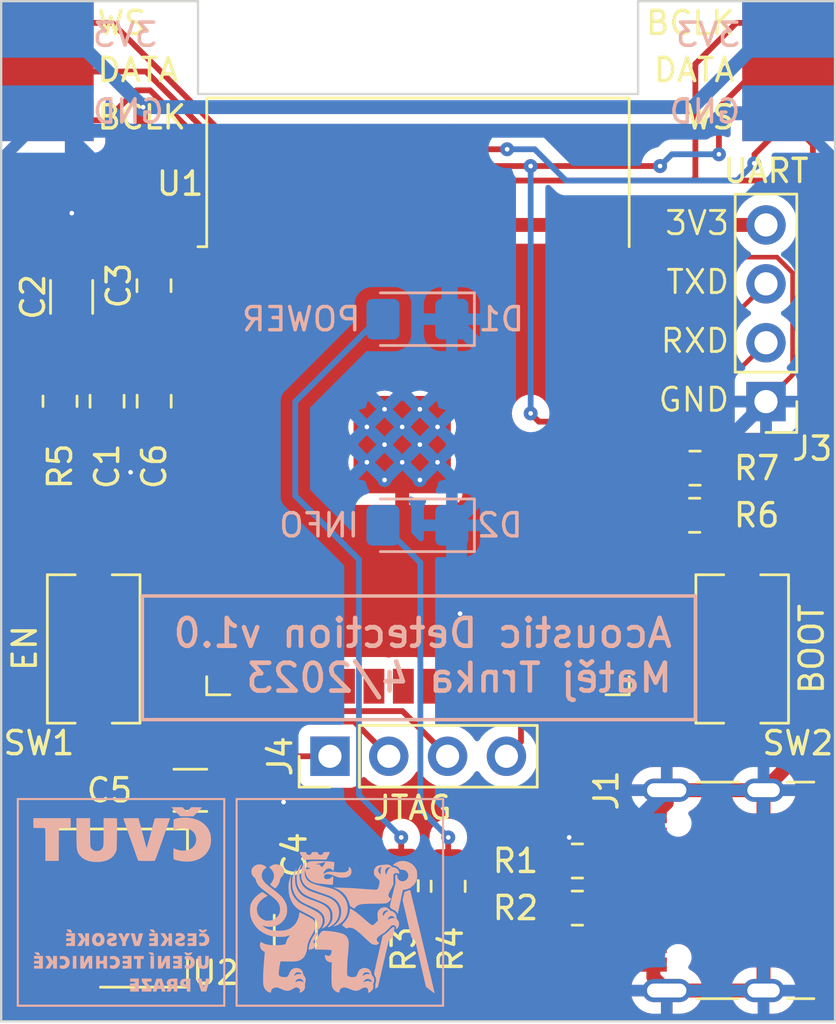
<source format=kicad_pcb>
(kicad_pcb (version 20221018) (generator pcbnew)
  (layers (0 "F.Cu" signal) (31 "B.Cu" signal) (34 "B.Paste" user) (35 "F.Paste" user) (36 "B.SilkS" user "B.Silkscreen") (37 "F.SilkS" user "F.Silkscreen") (38 "B.Mask" user) (39 "F.Mask" user) (44 "Edge.Cuts" user))
  (net 0 "")
  (footprint "RF_Module:ESP32-WROOM-32" (layer "F.Cu") (at 142.7755 98.21)
    (fp_text reference "U1" (at -10.2675 -12.166) (layer "F.SilkS"))
    (fp_text value "ESP32-WROOM-32")
    (pad "1" smd rect (at -8.75 -8.25) (size 1.5 0.9) (layers "F.Cu" "F.Paste" "F.Mask"))
    (pad "2" smd rect (at -8.75 -6.98) (size 1.5 0.9) (layers "F.Cu" "F.Paste" "F.Mask"))
    (pad "3" smd rect (at -8.75 -5.71) (size 1.5 0.9) (layers "F.Cu" "F.Paste" "F.Mask"))
    (pad "4" smd rect (at -8.75 -4.44) (size 1.5 0.9) (layers "F.Cu" "F.Paste" "F.Mask"))
    (pad "5" smd rect (at -8.75 -3.17) (size 1.5 0.9) (layers "F.Cu" "F.Paste" "F.Mask"))
    (pad "6" smd rect (at -8.75 -1.9) (size 1.5 0.9) (layers "F.Cu" "F.Paste" "F.Mask"))
    (pad "7" smd rect (at -8.75 -0.63) (size 1.5 0.9) (layers "F.Cu" "F.Paste" "F.Mask"))
    (pad "8" smd rect (at -8.75 0.64) (size 1.5 0.9) (layers "F.Cu" "F.Paste" "F.Mask"))
    (pad "9" smd rect (at -8.75 1.91) (size 1.5 0.9) (layers "F.Cu" "F.Paste" "F.Mask"))
    (pad "10" smd rect (at -8.75 3.18) (size 1.5 0.9) (layers "F.Cu" "F.Paste" "F.Mask"))
    (pad "11" smd rect (at -8.75 4.45) (size 1.5 0.9) (layers "F.Cu" "F.Paste" "F.Mask"))
    (pad "12" smd rect (at -8.75 5.72) (size 1.5 0.9) (layers "F.Cu" "F.Paste" "F.Mask"))
    (pad "13" smd rect (at -8.75 6.99) (size 1.5 0.9) (layers "F.Cu" "F.Paste" "F.Mask"))
    (pad "14" smd rect (at -8.75 8.26) (size 1.5 0.9) (layers "F.Cu" "F.Paste" "F.Mask"))
    (pad "15" smd rect (at -5.71 9.51 90) (size 1.5 0.9) (layers "F.Cu" "F.Paste" "F.Mask"))
    (pad "16" smd rect (at -4.44 9.51 90) (size 1.5 0.9) (layers "F.Cu" "F.Paste" "F.Mask"))
    (pad "17" smd rect (at -3.17 9.51 90) (size 1.5 0.9) (layers "F.Cu" "F.Paste" "F.Mask"))
    (pad "18" smd rect (at -1.9 9.51 90) (size 1.5 0.9) (layers "F.Cu" "F.Paste" "F.Mask"))
    (pad "19" smd rect (at -0.63 9.51 90) (size 1.5 0.9) (layers "F.Cu" "F.Paste" "F.Mask"))
    (pad "20" smd rect (at 0.64 9.51 90) (size 1.5 0.9) (layers "F.Cu" "F.Paste" "F.Mask"))
    (pad "21" smd rect (at 1.91 9.51 90) (size 1.5 0.9) (layers "F.Cu" "F.Paste" "F.Mask"))
    (pad "22" smd rect (at 3.18 9.51 90) (size 1.5 0.9) (layers "F.Cu" "F.Paste" "F.Mask"))
    (pad "23" smd rect (at 4.45 9.51 90) (size 1.5 0.9) (layers "F.Cu" "F.Paste" "F.Mask"))
    (pad "24" smd rect (at 5.72 9.51 90) (size 1.5 0.9) (layers "F.Cu" "F.Paste" "F.Mask"))
    (pad "25" smd rect (at 8.75 8.26) (size 1.5 0.9) (layers "F.Cu" "F.Paste" "F.Mask"))
    (pad "26" smd rect (at 8.75 6.99) (size 1.5 0.9) (layers "F.Cu" "F.Paste" "F.Mask"))
    (pad "27" smd rect (at 8.75 5.72) (size 1.5 0.9) (layers "F.Cu" "F.Paste" "F.Mask"))
    (pad "28" smd rect (at 8.75 4.45) (size 1.5 0.9) (layers "F.Cu" "F.Paste" "F.Mask"))
    (pad "29" smd rect (at 8.75 3.18) (size 1.5 0.9) (layers "F.Cu" "F.Paste" "F.Mask"))
    (pad "30" smd rect (at 8.75 1.91) (size 1.5 0.9) (layers "F.Cu" "F.Paste" "F.Mask"))
    (pad "31" smd rect (at 8.75 0.64) (size 1.5 0.9) (layers "F.Cu" "F.Paste" "F.Mask"))
    (pad "32" smd rect (at 8.75 -0.63) (size 1.5 0.9) (layers "F.Cu" "F.Paste" "F.Mask"))
    (pad "33" smd rect (at 8.75 -1.9) (size 1.5 0.9) (layers "F.Cu" "F.Paste" "F.Mask"))
    (pad "34" smd rect (at 8.75 -3.17) (size 1.5 0.9) (layers "F.Cu" "F.Paste" "F.Mask"))
    (pad "35" smd rect (at 8.75 -4.44) (size 1.5 0.9) (layers "F.Cu" "F.Paste" "F.Mask"))
    (pad "36" smd rect (at 8.75 -5.71) (size 1.5 0.9) (layers "F.Cu" "F.Paste" "F.Mask"))
    (pad "37" smd rect (at 8.75 -6.98) (size 1.5 0.9) (layers "F.Cu" "F.Paste" "F.Mask"))
    (pad "38" smd rect (at 8.75 -8.25) (size 1.5 0.9) (layers "F.Cu" "F.Paste" "F.Mask"))
    (pad "39" smd rect (at -2.205 -2.435) (size 1.05 1.05) (layers "F.Cu" "F.Paste"))
    (pad "39" thru_hole circle (at -2.205 -1.6725) (size 0.6 0.6) (drill 0.2) (property pad_prop_heatsink) (layers "*.Cu" "F.Mask"))
    (pad "39" smd rect (at -2.205 -0.91) (size 1.05 1.05) (layers "F.Cu" "F.Paste"))
    (pad "39" thru_hole circle (at -2.205 -0.1475) (size 0.6 0.6) (drill 0.2) (property pad_prop_heatsink) (layers "*.Cu" "F.Mask"))
    (pad "39" smd rect (at -2.205 0.615) (size 1.05 1.05) (layers "F.Cu" "F.Paste"))
    (pad "39" thru_hole circle (at -1.4425 -2.435) (size 0.6 0.6) (drill 0.2) (property pad_prop_heatsink) (layers "*.Cu" "F.Mask"))
    (pad "39" thru_hole circle (at -1.4425 -0.91) (size 0.6 0.6) (drill 0.2) (property pad_prop_heatsink) (layers "*.Cu" "F.Mask"))
    (pad "39" thru_hole circle (at -1.4425 0.615) (size 0.6 0.6) (drill 0.2) (property pad_prop_heatsink) (layers "*.Cu" "F.Mask"))
    (pad "39" smd rect (at -0.68 -2.435) (size 1.05 1.05) (layers "F.Cu" "F.Paste"))
    (pad "39" thru_hole circle (at -0.68 -1.6725) (size 0.6 0.6) (drill 0.2) (property pad_prop_heatsink) (layers "*.Cu" "F.Mask"))
    (pad "39" smd rect (at -0.68 -0.91) (size 1.05 1.05) (layers "F.Cu" "F.Paste"))
    (pad "39" smd rect (at -0.68 -0.91) (size 4.2 4.2) (layers "F.Cu" "F.Mask"))
    (pad "39" thru_hole circle (at -0.68 -0.1475) (size 0.6 0.6) (drill 0.2) (property pad_prop_heatsink) (layers "*.Cu" "F.Mask"))
    (pad "39" smd rect (at -0.68 0.615) (size 1.05 1.05) (layers "F.Cu" "F.Paste"))
    (pad "39" thru_hole circle (at 0.0825 -2.435) (size 0.6 0.6) (drill 0.2) (property pad_prop_heatsink) (layers "*.Cu" "F.Mask"))
    (pad "39" thru_hole circle (at 0.0825 -0.91) (size 0.6 0.6) (drill 0.2) (property pad_prop_heatsink) (layers "*.Cu" "F.Mask"))
    (pad "39" thru_hole circle (at 0.0825 0.615) (size 0.6 0.6) (drill 0.2) (property pad_prop_heatsink) (layers "*.Cu" "F.Mask"))
    (pad "39" smd rect (at 0.845 -2.435) (size 1.05 1.05) (layers "F.Cu" "F.Paste"))
    (pad "39" thru_hole circle (at 0.845 -1.6725) (size 0.6 0.6) (drill 0.2) (property pad_prop_heatsink) (layers "*.Cu" "F.Mask"))
    (pad "39" smd rect (at 0.845 -0.91) (size 1.05 1.05) (layers "F.Cu" "F.Paste"))
    (pad "39" thru_hole circle (at 0.845 -0.1475) (size 0.6 0.6) (drill 0.2) (property pad_prop_heatsink) (layers "*.Cu" "F.Mask"))
    (pad "39" smd rect (at 0.845 0.615) (size 1.05 1.05) (layers "F.Cu" "F.Paste"))
  )
  (footprint "Capacitor_SMD:C_0805_2012Metric_Pad1.18x1.45mm_HandSolder" (layer "F.Cu") (at 129.354 95.43 90)
    (fp_text reference "C1" (at -2.806 0 90) (layer "F.SilkS"))
    (fp_text value "1uF")
    (pad "1" smd roundrect (at -1.0375 0 90) (size 1.175 1.45) (layers "F.Cu" "F.Paste" "F.Mask") (roundrect_rratio 0.2127659574))
    (pad "2" smd roundrect (at 1.0375 0 90) (size 1.175 1.45) (layers "F.Cu" "F.Paste" "F.Mask") (roundrect_rratio 0.2127659574))
  )
  (footprint "Resistor_SMD:R_0805_2012Metric_Pad1.20x1.40mm_HandSolder" (layer "F.Cu") (at 149.658 115.258 180)
    (fp_text reference "R1" (at 2.672 0.004 180) (layer "F.SilkS"))
    (fp_text value "5k1")
    (pad "1" smd roundrect (at -1 0 180) (size 1.2 1.4) (layers "F.Cu" "F.Paste" "F.Mask") (roundrect_rratio 0.2083333333))
    (pad "2" smd roundrect (at 1 0 180) (size 1.2 1.4) (layers "F.Cu" "F.Paste" "F.Mask") (roundrect_rratio 0.2083333333))
  )
  (footprint "Capacitor_SMD:C_0805_2012Metric_Pad1.18x1.45mm_HandSolder" (layer "F.Cu") (at 131.386 95.43 90)
    (fp_text reference "C6" (at -2.806 0 90) (layer "F.SilkS"))
    (fp_text value "100nF")
    (pad "1" smd roundrect (at -1.0375 0 90) (size 1.175 1.45) (layers "F.Cu" "F.Paste" "F.Mask") (roundrect_rratio 0.2127659574))
    (pad "2" smd roundrect (at 1.0375 0 90) (size 1.175 1.45) (layers "F.Cu" "F.Paste" "F.Mask") (roundrect_rratio 0.2127659574))
  )
  (footprint "Capacitor_SMD:C_1206_3216Metric_Pad1.33x1.80mm_HandSolder" (layer "F.Cu") (at 132.9485 112.21 180)
    (fp_text reference "C5" (at 3.4885 0) (layer "F.SilkS"))
    (fp_text value "10uF")
    (pad "1" smd roundrect (at -1.5625 0 180) (size 1.325 1.8) (layers "F.Cu" "F.Paste" "F.Mask") (roundrect_rratio 0.1886792453))
    (pad "2" smd roundrect (at 1.5625 0 180) (size 1.325 1.8) (layers "F.Cu" "F.Paste" "F.Mask") (roundrect_rratio 0.1886792453))
  )
  (footprint "Button_Switch_SMD:SW_Tactile_SPST_NO_Straight_CK_PTS636Sx25SMTRLFS" (layer "F.Cu") (at 156.7755 106.114 90)
    (fp_text reference "SW2" (at -4.064 2.4025 unlocked) (layer "F.SilkS"))
    (fp_text value "BOOT" (at 0 3 90 unlocked) (layer "F.SilkS"))
    (pad "1" smd rect (at -3.875 0 90) (size 1.25 1) (layers "F.Cu" "F.Paste" "F.Mask"))
    (pad "2" smd rect (at 3.875 0 90) (size 1.25 1) (layers "F.Cu" "F.Paste" "F.Mask"))
  )
  (footprint "Package_TO_SOT_SMD:SOT-223-3_TabPin2" (layer "F.Cu") (at 130.9165 117.29)
    (fp_text reference "U2" (at 3.1155 2.79) (layer "F.SilkS"))
    (fp_text value "LDL1117S33R_SOT223")
    (pad "1" smd rect (at -3.15 -2.3) (size 2 1.5) (layers "F.Cu" "F.Paste" "F.Mask"))
    (pad "2" smd rect (at -3.15 0) (size 2 1.5) (layers "F.Cu" "F.Paste" "F.Mask"))
    (pad "2" smd rect (at 3.15 0) (size 2 3.8) (layers "F.Cu" "F.Paste" "F.Mask"))
    (pad "3" smd rect (at -3.15 2.3) (size 2 1.5) (layers "F.Cu" "F.Paste" "F.Mask"))
  )
  (footprint "Connector_USB:USB_C_Receptacle_GCT_USB4105-xx-A_16P_TopMnt_Horizontal" (layer "F.Cu") (at 156.6205 116.526 90)
    (fp_text reference "J1" (at 4.314 -5.712 90 unlocked) (layer "F.SilkS"))
    (fp_text value "USB_C_Receptacle_USB2.0")
    (pad "" np_thru_hole circle (at -2.89 -2.605 90) (size 0.65 0.65) (drill 0.65) (layers "*.Cu" "*.Mask"))
    (pad "" np_thru_hole circle (at 2.89 -2.605 90) (size 0.65 0.65) (drill 0.65) (layers "*.Cu" "*.Mask"))
    (pad "A1" smd rect (at -3.2 -3.68 90) (size 0.6 1.15) (layers "F.Cu" "F.Paste" "F.Mask"))
    (pad "A4" smd rect (at -2.4 -3.68 90) (size 0.6 1.15) (layers "F.Cu" "F.Paste" "F.Mask"))
    (pad "A5" smd rect (at -1.25 -3.68 90) (size 0.3 1.15) (layers "F.Cu" "F.Paste" "F.Mask"))
    (pad "A6" smd rect (at -0.25 -3.68 90) (size 0.3 1.15) (layers "F.Cu" "F.Paste" "F.Mask"))
    (pad "A7" smd rect (at 0.25 -3.68 90) (size 0.3 1.15) (layers "F.Cu" "F.Paste" "F.Mask"))
    (pad "A8" smd rect (at 1.25 -3.68 90) (size 0.3 1.15) (layers "F.Cu" "F.Paste" "F.Mask"))
    (pad "A9" smd rect (at 2.4 -3.68 90) (size 0.6 1.15) (layers "F.Cu" "F.Paste" "F.Mask"))
    (pad "A12" smd rect (at 3.2 -3.68 90) (size 0.6 1.15) (layers "F.Cu" "F.Paste" "F.Mask"))
    (pad "B1" smd rect (at 3.2 -3.68 90) (size 0.6 1.15) (layers "F.Cu" "F.Paste" "F.Mask"))
    (pad "B4" smd rect (at 2.4 -3.68 90) (size 0.6 1.15) (layers "F.Cu" "F.Paste" "F.Mask"))
    (pad "B5" smd rect (at 1.75 -3.68 90) (size 0.3 1.15) (layers "F.Cu" "F.Paste" "F.Mask"))
    (pad "B6" smd rect (at 0.75 -3.68 90) (size 0.3 1.15) (layers "F.Cu" "F.Paste" "F.Mask"))
    (pad "B7" smd rect (at -0.75 -3.68 90) (size 0.3 1.15) (layers "F.Cu" "F.Paste" "F.Mask"))
    (pad "B8" smd rect (at -1.75 -3.68 90) (size 0.3 1.15) (layers "F.Cu" "F.Paste" "F.Mask"))
    (pad "B9" smd rect (at -2.4 -3.68 90) (size 0.6 1.15) (layers "F.Cu" "F.Paste" "F.Mask"))
    (pad "B12" smd rect (at -3.2 -3.68 90) (size 0.6 1.15) (layers "F.Cu" "F.Paste" "F.Mask"))
    (pad "S1" thru_hole oval (at -4.32 -3.105 90) (size 1 2.1) (drill oval 0.6 1.7) (layers "*.Cu" "*.Mask"))
    (pad "S1" thru_hole oval (at -4.32 1.075 90) (size 1 1.8) (drill oval 0.6 1.4) (layers "*.Cu" "*.Mask"))
    (pad "S1" thru_hole oval (at 4.32 -3.105 90) (size 1 2.1) (drill oval 0.6 1.7) (layers "*.Cu" "*.Mask"))
    (pad "S1" thru_hole oval (at 4.32 1.075 90) (size 1 1.8) (drill oval 0.6 1.4) (layers "*.Cu" "*.Mask"))
  )
  (footprint "Connector_PinHeader_2.54mm:PinHeader_1x04_P2.54mm_Vertical" (layer "F.Cu") (at 138.9755 110.742 90)
    (fp_text reference "J4" (at 0 -2.1495 90) (layer "F.SilkS"))
    (fp_text value "JTAG" (at -2.226 3.556) (layer "F.SilkS"))
    (pad "1" thru_hole rect (at 0 0 90) (size 1.7 1.7) (drill 1) (layers "*.Cu" "*.Mask"))
    (pad "2" thru_hole oval (at 0 2.54 90) (size 1.7 1.7) (drill 1) (layers "*.Cu" "*.Mask"))
    (pad "3" thru_hole oval (at 0 5.08 90) (size 1.7 1.7) (drill 1) (layers "*.Cu" "*.Mask"))
    (pad "4" thru_hole oval (at 0 7.62 90) (size 1.7 1.7) (drill 1) (layers "*.Cu" "*.Mask"))
  )
  (footprint "Resistor_SMD:R_0805_2012Metric_Pad1.20x1.40mm_HandSolder" (layer "F.Cu") (at 149.658 117.29 180)
    (fp_text reference "R2" (at 2.672 0.004 180) (layer "F.SilkS"))
    (fp_text value "5k1")
    (pad "1" smd roundrect (at -1 0 180) (size 1.2 1.4) (layers "F.Cu" "F.Paste" "F.Mask") (roundrect_rratio 0.2083333333))
    (pad "2" smd roundrect (at 1 0 180) (size 1.2 1.4) (layers "F.Cu" "F.Paste" "F.Mask") (roundrect_rratio 0.2083333333))
  )
  (footprint "Resistor_SMD:R_0805_2012Metric_Pad1.20x1.40mm_HandSolder" (layer "F.Cu") (at 142.054 116.33 -90)
    (fp_text reference "R3" (at 2.734 -0.106 90) (layer "F.SilkS"))
    (fp_text value "1k")
    (pad "1" smd roundrect (at -1 0 270) (size 1.2 1.4) (layers "F.Cu" "F.Paste" "F.Mask") (roundrect_rratio 0.2083333333))
    (pad "2" smd roundrect (at 1 0 270) (size 1.2 1.4) (layers "F.Cu" "F.Paste" "F.Mask") (roundrect_rratio 0.2083333333))
  )
  (footprint "Resistor_SMD:R_0805_2012Metric_Pad1.20x1.40mm_HandSolder" (layer "F.Cu") (at 127.322 95.43 90)
    (fp_text reference "R5" (at -2.806 0 90) (layer "F.SilkS"))
    (fp_text value "10k")
    (pad "1" smd roundrect (at -1 0 90) (size 1.2 1.4) (layers "F.Cu" "F.Paste" "F.Mask") (roundrect_rratio 0.2083333333))
    (pad "2" smd roundrect (at 1 0 90) (size 1.2 1.4) (layers "F.Cu" "F.Paste" "F.Mask") (roundrect_rratio 0.2083333333))
  )
  (footprint "Resistor_SMD:R_0805_2012Metric_Pad1.20x1.40mm_HandSolder" (layer "F.Cu") (at 154.722 100.348)
    (fp_text reference "R6" (at 2.678 0) (layer "F.SilkS"))
    (fp_text value "51")
    (pad "1" smd roundrect (at -1 0) (size 1.2 1.4) (layers "F.Cu" "F.Paste" "F.Mask") (roundrect_rratio 0.2083333333))
    (pad "2" smd roundrect (at 1 0) (size 1.2 1.4) (layers "F.Cu" "F.Paste" "F.Mask") (roundrect_rratio 0.2083333333))
  )
  (footprint "Capacitor_SMD:C_1206_3216Metric_Pad1.33x1.80mm_HandSolder" (layer "F.Cu") (at 127.8235 90.93 -90)
    (fp_text reference "C2" (at 0 1.6655 90) (layer "F.SilkS"))
    (fp_text value "22uF")
    (pad "1" smd roundrect (at -1.5625 0 270) (size 1.325 1.8) (layers "F.Cu" "F.Paste" "F.Mask") (roundrect_rratio 0.1886792453))
    (pad "2" smd roundrect (at 1.5625 0 270) (size 1.325 1.8) (layers "F.Cu" "F.Paste" "F.Mask") (roundrect_rratio 0.1886792453))
  )
  (footprint "AcousticDetection_extras:DataConnector" (layer "F.Cu") (at 158.7755 81.21)
    (fp_text reference "J7" hide)
    (fp_text value "DATA_L")
    (fp_text user "WS" (at -4.5295 2.56 unlocked) (layer "F.SilkS") (effects (justify left bottom)))
    (fp_text user "DATA" (at -5.910453 0.52 unlocked) (layer "F.SilkS") (effects (justify left bottom)))
    (fp_text user "BCLK" (at -6.243786 -1.512 unlocked) (layer "F.SilkS") (effects (justify left bottom)))
    (pad "1" smd rect (at 0 -2.1) (size 4 1.8) (layers "F.Cu" "F.Paste" "F.Mask"))
    (pad "2" smd rect (at 0 0) (size 4 1.8) (layers "F.Cu" "F.Paste" "F.Mask"))
    (pad "3" smd rect (at 0 2.1) (size 4 1.8) (layers "F.Cu" "F.Paste" "F.Mask"))
  )
  (footprint "Button_Switch_SMD:SW_Tactile_SPST_NO_Straight_CK_PTS636Sx25SMTRLFS" (layer "F.Cu") (at 128.7755 106.114 90)
    (fp_text reference "SW1" (at -4.06 -2.3635 unlocked) (layer "F.SilkS"))
    (fp_text value "EN" (at 0.04 -2.9775 90 unlocked) (layer "F.SilkS"))
    (pad "1" smd rect (at -3.875 0 90) (size 1.25 1) (layers "F.Cu" "F.Paste" "F.Mask"))
    (pad "2" smd rect (at 3.875 0 90) (size 1.25 1) (layers "F.Cu" "F.Paste" "F.Mask"))
  )
  (footprint "AcousticDetection_extras:DataConnector" (layer "F.Cu") (at 126.7755 81.21 180)
    (fp_text reference "J11" hide)
    (fp_text value "DATA_R")
    (fp_text user "WS" (at -2.0705 1.512 unlocked) (layer "F.SilkS") (effects (justify left bottom)))
    (fp_text user "BCLK" (at -2.0705 -2.56 unlocked) (layer "F.SilkS") (effects (justify left bottom)))
    (fp_text user "DATA" (at -2.0705 -0.52 unlocked) (layer "F.SilkS") (effects (justify left bottom)))
    (pad "1" smd rect (at 0 -2.1 180) (size 4 1.8) (layers "F.Cu" "F.Paste" "F.Mask"))
    (pad "2" smd rect (at 0 0 180) (size 4 1.8) (layers "F.Cu" "F.Paste" "F.Mask"))
    (pad "3" smd rect (at 0 2.1 180) (size 4 1.8) (layers "F.Cu" "F.Paste" "F.Mask"))
  )
  (footprint "Resistor_SMD:R_0805_2012Metric_Pad1.20x1.40mm_HandSolder" (layer "F.Cu") (at 154.738 98.316)
    (fp_text reference "R7" (at 2.662 0 180) (layer "F.SilkS"))
    (fp_text value "51")
    (pad "1" smd roundrect (at -1 0) (size 1.2 1.4) (layers "F.Cu" "F.Paste" "F.Mask") (roundrect_rratio 0.2083333333))
    (pad "2" smd roundrect (at 1 0) (size 1.2 1.4) (layers "F.Cu" "F.Paste" "F.Mask") (roundrect_rratio 0.2083333333))
  )
  (footprint "Connector_PinHeader_2.54mm:PinHeader_1x04_P2.54mm_Vertical" (layer "F.Cu") (at 157.802 95.446 180)
    (fp_text reference "J3" (at -1.9995 -2.028) (layer "F.SilkS"))
    (fp_text value "UART" (at 0 9.95) (layer "F.SilkS"))
    (pad "1" thru_hole rect (at 0 0 180) (size 1.7 1.7) (drill 1) (layers "*.Cu" "*.Mask"))
    (pad "2" thru_hole oval (at 0 2.54 180) (size 1.7 1.7) (drill 1) (layers "*.Cu" "*.Mask"))
    (pad "3" thru_hole oval (at 0 5.08 180) (size 1.7 1.7) (drill 1) (layers "*.Cu" "*.Mask"))
    (pad "4" thru_hole oval (at 0 7.62 180) (size 1.7 1.7) (drill 1) (layers "*.Cu" "*.Mask"))
  )
  (footprint "Capacitor_SMD:C_0805_2012Metric_Pad1.18x1.45mm_HandSolder" (layer "F.Cu") (at 131.3795 90.4435 -90)
    (fp_text reference "C3" (at 0 1.524 90) (layer "F.SilkS"))
    (fp_text value "100nF")
    (pad "1" smd roundrect (at -1.0375 0 270) (size 1.175 1.45) (layers "F.Cu" "F.Paste" "F.Mask") (roundrect_rratio 0.2127659574))
    (pad "2" smd roundrect (at 1.0375 0 270) (size 1.175 1.45) (layers "F.Cu" "F.Paste" "F.Mask") (roundrect_rratio 0.2127659574))
  )
  (footprint "Resistor_SMD:R_0805_2012Metric_Pad1.20x1.40mm_HandSolder" (layer "F.Cu") (at 144.0795 116.3515 -90)
    (fp_text reference "R4" (at 2.7125 -0.1125 90) (layer "F.SilkS"))
    (fp_text value "1k")
    (pad "1" smd roundrect (at -1 0 270) (size 1.2 1.4) (layers "F.Cu" "F.Paste" "F.Mask") (roundrect_rratio 0.2083333333))
    (pad "2" smd roundrect (at 1 0 270) (size 1.2 1.4) (layers "F.Cu" "F.Paste" "F.Mask") (roundrect_rratio 0.2083333333))
  )
  (footprint "Capacitor_SMD:C_1206_3216Metric_Pad1.33x1.80mm_HandSolder" (layer "F.Cu") (at 137.482 118.306 90)
    (fp_text reference "C4" (at 3.306 -0.0385 90) (layer "F.SilkS"))
    (fp_text value "10uF")
    (pad "1" smd roundrect (at -1.5625 0 90) (size 1.325 1.8) (layers "F.Cu" "F.Paste" "F.Mask") (roundrect_rratio 0.1886792453))
    (pad "2" smd roundrect (at 1.5625 0 90) (size 1.325 1.8) (layers "F.Cu" "F.Paste" "F.Mask") (roundrect_rratio 0.1886792453))
  )
  (footprint "LED_SMD:LED_1206_3216Metric_Pad1.42x1.75mm_HandSolder" (layer "B.Cu") (at 142.753 91.89 180)
    (fp_text reference "D1" (at -3.619 0) (layer "B.SilkS") (effects (justify mirror)))
    (fp_text value "POWER" (at 5.017 0) (layer "B.SilkS") (effects (justify mirror)))
    (pad "1" smd roundrect (at -1.4875 0 180) (size 1.425 1.75) (layers "B.Cu" "B.Paste" "B.Mask") (roundrect_rratio 0.1754392982))
    (pad "2" smd roundrect (at 1.4875 0 180) (size 1.425 1.75) (layers "B.Cu" "B.Paste" "B.Mask") (roundrect_rratio 0.1754392982))
  )
  (footprint "AcousticDetection_extras:PowerConnector" (layer "B.Cu") (at 126.7755 81.21 180)
    (fp_text reference "J9" hide)
    (fp_text value "PWR_R")
    (fp_text user "3V3" (at -4.832786 1.004 unlocked) (layer "B.SilkS") (effects (justify left bottom mirror)))
    (fp_text user "GND" (at -5.1185 -2.306 unlocked) (layer "B.SilkS") (effects (justify left bottom mirror)))
    (pad "1" smd rect (at 0 1.8 180) (size 4 2.4) (layers "B.Cu" "B.Paste" "B.Mask"))
    (pad "2" smd rect (at 0 -1.8 180) (size 4 2.4) (layers "B.Cu" "B.Paste" "B.Mask"))
  )
  (footprint "LED_SMD:LED_1206_3216Metric_Pad1.42x1.75mm_HandSolder" (layer "B.Cu") (at 142.753 100.78 180)
    (fp_text reference "D2" (at -3.556 0) (layer "B.SilkS") (effects (justify mirror)))
    (fp_text value "INFO" (at 4.246667 0) (layer "B.SilkS") (effects (justify mirror)))
    (pad "1" smd roundrect (at -1.4875 0 180) (size 1.425 1.75) (layers "B.Cu" "B.Paste" "B.Mask") (roundrect_rratio 0.1754392982))
    (pad "2" smd roundrect (at 1.4875 0 180) (size 1.425 1.75) (layers "B.Cu" "B.Paste" "B.Mask") (roundrect_rratio 0.1754392982))
  )
  (footprint "LOGO" (layer "B.Cu") (at 134.688 117.036 180)
    (fp_text reference "G***" hide)
    (fp_text value "LOGO" hide)
  )
  (footprint "AcousticDetection_extras:PowerConnector" (layer "B.Cu") (at 158.7755 81.21 180)
    (fp_text reference "J5" hide)
    (fp_text value "PWR_L")
    (fp_text user "GND" (at 1.9895 -2.306 unlocked) (layer "B.SilkS") (effects (justify left bottom mirror)))
    (fp_text user "3V3" (at 1.9895 1.004 unlocked) (layer "B.SilkS") (effects (justify left bottom mirror)))
    (pad "1" smd rect (at 0 1.8 180) (size 4 2.4) (layers "B.Cu" "B.Paste" "B.Mask"))
    (pad "2" smd rect (at 0 -1.8 180) (size 4 2.4) (layers "B.Cu" "B.Paste" "B.Mask"))
  )
  (gr_line (start 133.282 78.174) (end 133.282 82.174) (stroke (width 0.1)) (layer "Edge.Cuts"))
  (gr_line (start 124.782 78.174) (end 124.782 122.174) (stroke (width 0.1)) (layer "Edge.Cuts"))
  (gr_line (start 160.782 122.174) (end 160.782 78.174) (stroke (width 0.1)) (layer "Edge.Cuts"))
  (gr_line (start 133.282 82.174) (end 152.282 82.174) (stroke (width 0.1)) (layer "Edge.Cuts"))
  (gr_line (start 152.282 78.174) (end 160.782 78.174) (stroke (width 0.1)) (layer "Edge.Cuts"))
  (gr_line (start 152.282 82.174) (end 152.282 78.174) (stroke (width 0.1)) (layer "Edge.Cuts"))
  (gr_line (start 124.782 78.174) (end 133.282 78.174) (stroke (width 0.1)) (layer "Edge.Cuts"))
  (gr_line (start 124.782 122.174) (end 160.782 122.174) (stroke (width 0.1)) (layer "Edge.Cuts"))
  (gr_text "RXD" (at 153.177238 93.41) (layer "F.SilkS") (effects (font (size 1 1) (thickness 0.125)) (justify left bottom)))
  (gr_text "3V3" (at 153.367714 88.33) (layer "F.SilkS") (effects (font (size 1 1) (thickness 0.125)) (justify left bottom)))
  (gr_text "GND" (at 153.082 95.95) (layer "F.SilkS") (effects (font (size 1 1) (thickness 0.125)) (justify left bottom)))
  (gr_text "TXD" (at 153.415333 90.87) (layer "F.SilkS") (effects (font (size 1 1) (thickness 0.125)) (justify left bottom)))
  (gr_text_box "Acoustic Detection v1.0\nMatěj Trnka 4/2023\n" (start 130.878 103.828) (end 154.754 109.162) (layer "B.SilkS") (effects (font (size 1.2 1.2) (thickness 0.2) bold) (justify left top mirror)) (stroke (width 0.15)))
  (segment (start 148.658 121.354) (end 150.286 119.726) (width 0.6) (layer "F.Cu") (net 0))
  (segment (start 154.754 85.794) (end 154.754 80.8815) (width 0.25) (layer "F.Cu") (net 0))
  (segment (start 151.38666 114.126) (end 150.60366 113.343) (width 0.6) (layer "F.Cu") (net 0))
  (segment (start 137.0655 106.37) (end 138.8455 104.59) (width 0.6) (layer "F.Cu") (net 0))
  (segment (start 127.8235 89.3675) (end 125.122 92.069) (width 0.6) (layer "F.Cu") (net 0))
  (segment (start 158.818 104.2815) (end 158.818 111.0835) (width 0.6) (layer "F.Cu") (net 0))
  (segment (start 158.952 89.889654) (end 158.278346 89.216) (width 0.2) (layer "F.Cu") (net 0))
  (segment (start 129.354 94.3925) (end 127.3595 94.3925) (width 0.25) (layer "F.Cu") (net 0))
  (segment (start 152.9405 120.271) (end 153.5155 120.846) (width 0.6) (layer "F.Cu") (net 0))
  (segment (start 157.802 95.446) (end 158.952 94.296) (width 0.2) (layer "F.Cu") (net 0))
  (segment (start 127.322 105.021) (end 127.322 96.43) (width 0.6) (layer "F.Cu") (net 0))
  (segment (start 159.827 84.3615) (end 158.7755 83.31) (width 0.25) (layer "F.Cu") (net 0))
  (segment (start 148.658 115.258) (end 148.658 117.29) (width 0.6) (layer "F.Cu") (net 0))
  (segment (start 157.802 92.906) (end 155.668 95.04) (width 0.2) (layer "F.Cu") (net 0))
  (segment (start 152.9185 117.798) (end 152.9405 117.776) (width 0.25) (layer "F.Cu") (net 0))
  (segment (start 155.0445 109.989) (end 151.5255 106.47) (width 0.25) (layer "F.Cu") (net 0))
  (segment (start 151.5255 93.77) (end 154.398 93.77) (width 0.2) (layer "F.Cu") (net 0))
  (segment (start 142.0955 97.3) (end 142.0955 104.5485) (width 0.6) (layer "F.Cu") (net 0))
  (segment (start 158.7755 83.31) (end 157.3075 84.778) (width 0.25) (layer "F.Cu") (net 0))
  (segment (start 135.025097 84.5615) (end 129.573597 79.11) (width 0.25) (layer "F.Cu") (net 0))
  (segment (start 153.204 98.85) (end 153.738 98.316) (width 0.25) (layer "F.Cu") (net 0))
  (segment (start 134.0255 89.96) (end 131.9335 89.96) (width 0.6) (layer "F.Cu") (net 0))
  (segment (start 151.5255 100.12) (end 153.494 100.12) (width 0.25) (layer "F.Cu") (net 0))
  (segment (start 128.835 91.481) (end 127.8235 92.4925) (width 0.6) (layer "F.Cu") (net 0))
  (segment (start 125.922 95.57) (end 126.782 96.43) (width 0.6) (layer "F.Cu") (net 0))
  (segment (start 126.066 114.99) (end 125.798 115.258) (width 0.6) (layer "F.Cu") (net 0))
  (segment (start 132.9505 107.245) (end 132.9505 105.5655) (width 0.25) (layer "F.Cu") (net 0))
  (segment (start 157.3075 84.778) (end 157.3075 85.156) (width 0.25) (layer "F.Cu") (net 0))
  (segment (start 136.8005 109.245) (end 134.0255 106.47) (width 0.25) (layer "F.Cu") (net 0))
  (segment (start 157.3075 85.156) (end 157.294 85.1695) (width 0.25) (layer "F.Cu") (net 0))
  (segment (start 154.637 85.911) (end 158.99 85.911) (width 0.25) (layer "F.Cu") (net 0))
  (segment (start 131.386 97.478) (end 130.37 98.494) (width 0.6) (layer "F.Cu") (net 0))
  (segment (start 153.5155 112.751) (end 152.9405 113.326) (width 0.6) (layer "F.Cu") (net 0))
  (segment (start 137.0655 107.72) (end 137.0655 106.37) (width 0.6) (layer "F.Cu") (net 0))
  (segment (start 150.60366 113.343) (end 148.541 113.343) (width 0.6) (layer "F.Cu") (net 0))
  (segment (start 146.626 84.5615) (end 135.025097 84.5615) (width 0.25) (layer "F.Cu") (net 0))
  (segment (start 154.754 80.8815) (end 156.5255 79.11) (width 0.25) (layer "F.Cu") (net 0))
  (segment (start 144.0555 110.742) (end 142.1085 108.795) (width 0.25) (layer "F.Cu") (net 0))
  (segment (start 148.658 115.258) (end 148.658 114.888069) (width 0.6) (layer "F.Cu") (net 0))
  (segment (start 148.541 113.343) (end 147.134 114.75) (width 0.6) (layer "F.Cu") (net 0))
  (segment (start 127.115997 92.4925) (end 125.922 93.686497) (width 0.6) (layer "F.Cu") (net 0))
  (segment (start 127.862 89.406) (end 127.8235 89.3675) (width 0.6) (layer "F.Cu") (net 0))
  (segment (start 137.31384 113.05784) (end 136.974 112.718) (width 0.6) (layer "F.Cu") (net 0))
  (segment (start 157.6955 112.206) (end 153.5155 112.206) (width 0.6) (layer "F.Cu") (net 0))
  (segment (start 141.5155 110.742) (end 140.0185 109.245) (width 0.25) (layer "F.Cu") (net 0))
  (segment (start 134.6825 117.906) (end 134.0665 117.29) (width 0.6) (layer "F.Cu") (net 0))
  (segment (start 152.2695 89.216) (end 151.5255 89.96) (width 0.2) (layer "F.Cu") (net 0))
  (segment (start 141.478 117.906) (end 134.6825 117.906) (width 0.6) (layer "F.Cu") (net 0))
  (segment (start 157.6955 120.846) (end 153.5155 120.846) (width 0.6) (layer "F.Cu") (net 0))
  (segment (start 134.9555 91.23) (end 138.3595 87.826) (width 0.6) (layer "F.Cu") (net 0))
  (segment (start 127.8235 92.4925) (end 127.115997 92.4925) (width 0.6) (layer "F.Cu") (net 0))
  (segment (start 152.9405 119.726) (end 152.9405 120.271) (width 0.6) (layer "F.Cu") (net 0))
  (segment (start 156.5255 79.11) (end 158.7755 79.11) (width 0.25) (layer "F.Cu") (net 0))
  (segment (start 157.6955 112.206) (end 157.6955 120.846) (width 0.6) (layer "F.Cu") (net 0))
  (segment (start 130.9115 82.746) (end 130.9115 86.3355) (width 0.6) (layer "F.Cu") (net 0))
  (segment (start 157.802 87.826) (end 138.3595 87.826) (width 0.6) (layer "F.Cu") (net 0))
  (segment (start 148.658 114.888069) (end 149.303569 114.2425) (width 0.6) (layer "F.Cu") (net 0))
  (segment (start 132.436 95.891827) (end 132.436 98.5785) (width 0.25) (layer "F.Cu") (net 0))
  (segment (start 131.386 112.21) (end 130.5465 112.21) (width 0.6) (layer "F.Cu") (net 0))
  (segment (start 131.386 94.3925) (end 131.386 94.841827) (width 0.25) (layer "F.Cu") (net 0))
  (segment (start 150.658 115.258) (end 151.14 114.776) (width 0.25) (layer "F.Cu") (net 0))
  (segment (start 158.278346 89.216) (end 152.2695 89.216) (width 0.2) (layer "F.Cu") (net 0))
  (segment (start 128.5145 120.338) (end 137.0125 120.338) (width 0.6) (layer "F.Cu") (net 0))
  (segment (start 131.211805 82.021) (end 135.101805 85.911) (width 0.25) (layer "F.Cu") (net 0))
  (segment (start 126.782 96.43) (end 127.322 96.43) (width 0.6) (layer "F.Cu") (net 0))
  (segment (start 129.573597 79.11) (end 126.7755 79.11) (width 0.25) (layer "F.Cu") (net 0))
  (segment (start 152.9405 114.126) (end 151.38666 114.126) (width 0.6) (layer "F.Cu") (net 0))
  (segment (start 130.9965 112.21) (end 128.7755 109.989) (width 0.6) (layer "F.Cu") (net 0))
  (segment (start 131.386 94.3925) (end 133.2785 92.5) (width 0.25) (layer "F.Cu") (net 0))
  (segment (start 132.402 87.826) (end 138.3595 87.826) (width 0.6) (layer "F.Cu") (net 0))
  (segment (start 154.637 85.911) (end 154.754 85.794) (width 0.25) (layer "F.Cu") (net 0))
  (segment (start 157.3255 81.21) (end 155.77 82.7655) (width 0.25) (layer "F.Cu") (net 0))
  (segment (start 157.422396 100.018) (end 159.827 97.613396) (width 0.25) (layer "F.Cu") (net 0))
  (segment (start 147.642 85.286) (end 153.23 85.286) (width 0.25) (layer "F.Cu") (net 0))
  (segment (start 155.738 97.986) (end 158.818 97.986) (width 0.25) (layer "F.Cu") (net 0))
  (segment (start 125.922 93.686497) (end 125.922 95.57) (width 0.6) (layer "F.Cu") (net 0))
  (segment (start 140.0185 109.245) (end 136.8005 109.245) (width 0.25) (layer "F.Cu") (net 0))
  (segment (start 127.8235 87.3245) (end 127.83 87.318) (width 0.6) (layer "F.Cu") (net 0))
  (segment (start 130.611195 82.021) (end 131.211805 82.021) (width 0.25) (layer "F.Cu") (net 0))
  (segment (start 125.122 106.3355) (end 128.7755 109.989) (width 0.6) (layer "F.Cu") (net 0))
  (segment (start 148.4955 112.5555) (end 148.4955 107.72) (width 0.25) (layer "F.Cu") (net 0))
  (segment (start 126.306 121.354) (end 148.658 121.354) (width 0.6) (layer "F.Cu") (net 0))
  (segment (start 134.9555 91.23) (end 134.0255 91.23) (width 0.6) (layer "F.Cu") (net 0))
  (segment (start 127.7665 114.99) (end 126.066 114.99) (width 0.6) (layer "F.Cu") (net 0))
  (segment (start 126.7755 81.21) (end 131.037201 81.21) (width 0.25) (layer "F.Cu") (net 0))
  (segment (start 153.5155 112.206) (end 153.5155 112.751) (width 0.6) (layer "F.Cu") (net 0))
  (segment (start 131.9335 89.96) (end 131.3795 89.406) (width 0.6) (layer "F.Cu") (net 0))
  (segment (start 150.658 117.29) (end 151.166 117.798) (width 0.25) (layer "F.Cu") (net 0))
  (segment (start 144.0795 115.3515) (end 144.0795 114.2485) (width 0.25) (layer "F.Cu") (net 0))
  (segment (start 144.141 117.29) (end 145.61 117.29) (width 0.25) (layer "F.Cu") (net 0))
  (segment (start 131.386 94.3925) (end 129.354 94.3925) (width 0.25) (layer "F.Cu") (net 0))
  (segment (start 142.0955 104.5485) (end 142.054 104.59) (width 0.6) (layer "F.Cu") (net 0))
  (segment (start 130.9115 86.3355) (end 132.402 87.826) (width 0.6) (layer "F.Cu") (net 0))
  (segment (start 147.2255 110.112) (end 147.2255 107.72) (width 0.25) (layer "F.Cu") (net 0))
  (segment (start 138.9755 110.742) (end 136.4475 110.742) (width 0.25) (layer "F.Cu") (net 0))
  (segment (start 153.494 100.12) (end 153.722 100.348) (width 0.25) (layer "F.Cu") (net 0))
  (segment (start 138.3355 108.72) (end 138.3355 107.72) (width 0.25) (layer "F.Cu") (net 0))
  (segment (start 134.0255 91.23) (end 131.6305 91.23) (width 0.6) (layer "F.Cu") (net 0))
  (segment (start 135.101805 85.911) (end 154.637 85.911) (width 0.25) (layer "F.Cu") (net 0))
  (segment (start 134.511 112.21) (end 134.511 116.8455) (width 0.6) (layer "F.Cu") (net 0))
  (segment (start 137.0125 120.338) (end 137.482 119.8685) (width 0.6) (layer "F.Cu") (net 0))
  (segment (start 130.5465 112.21) (end 127.7665 114.99) (width 0.6) (layer "F.Cu") (net 0))
  (segment (start 147.134 114.75) (end 147.134 118.926) (width 0.6) (layer "F.Cu") (net 0))
  (segment (start 137.482 116.7435) (end 137.482 113.05784) (width 0.6) (layer "F.Cu") (net 0))
  (segment (start 131.3795 91.481) (end 128.835 91.481) (width 0.6) (layer "F.Cu") (net 0))
  (segment (start 150.286 119.726) (end 152.9405 119.726) (width 0.6) (layer "F.Cu") (net 0))
  (segment (start 142.054 117.33) (end 141.478 117.906) (width 0.6) (layer "F.Cu") (net 0))
  (segment (start 134.511 116.8455) (end 134.0665 117.29) (width 0.6) (layer "F.Cu") (net 0))
  (segment (start 159.827 97.613396) (end 159.827 84.3615) (width 0.25) (layer "F.Cu") (net 0))
  (segment (start 158.818 111.0835) (end 157.6955 112.206) (width 0.6) (layer "F.Cu") (net 0))
  (segment (start 131.3795 89.406) (end 127.862 89.406) (width 0.6) (layer "F.Cu") (net 0))
  (segment (start 125.122 92.069) (end 125.122 106.3355) (width 0.6) (layer "F.Cu") (net 0))
  (segment (start 142.054 115.33) (end 142.054 114.242) (width 0.25) (layer "F.Cu") (net 0))
  (segment (start 147.998 96.31) (end 147.642 95.954) (width 0.25) (layer "F.Cu") (net 0))
  (segment (start 131.037201 81.21) (end 135.027601 85.2004) (width 0.25) (layer "F.Cu") (net 0))
  (segment (start 158.952 94.296) (end 158.952 89.889654) (width 0.2) (layer "F.Cu") (net 0))
  (segment (start 137.482 113.05784) (end 137.31384 113.05784) (width 0.6) (layer "F.Cu") (net 0))
  (segment (start 151.14 114.776) (end 152.9405 114.776) (width 0.25) (layer "F.Cu") (net 0))
  (segment (start 134.0665 117.29) (end 127.7665 117.29) (width 0.6) (layer "F.Cu") (net 0))
  (segment (start 144.0795 114.2485) (end 144.086 114.242) (width 0.25) (layer "F.Cu") (net 0))
  (segment (start 131.386 112.21) (end 130.9965 112.21) (width 0.6) (layer "F.Cu") (net 0))
  (segment (start 132.436 98.5785) (end 128.7755 102.239) (width 0.25) (layer "F.Cu") (net 0))
  (segment (start 142.054 104.59) (end 144.594 104.59) (width 0.6) (layer "F.Cu") (net 0))
  (segment (start 147.134 118.926) (end 138.4245 118.926) (width 0.6) (layer "F.Cu") (net 0))
  (segment (start 142.1085 108.795) (end 138.4105 108.795) (width 0.25) (layer "F.Cu") (net 0))
  (segment (start 132.9505 105.5655) (end 133.316 105.2) (width 0.25) (layer "F.Cu") (net 0))
  (segment (start 127.7665 119.59) (end 128.5145 120.338) (width 0.6) (layer "F.Cu") (net 0))
  (segment (start 136.4475 110.742) (end 132.9505 107.245) (width 0.25) (layer "F.Cu") (net 0))
  (segment (start 138.4245 118.926) (end 137.482 119.8685) (width 0.6) (layer "F.Cu") (net 0))
  (segment (start 155.77 82.7655) (end 155.77 84.778) (width 0.25) (layer "F.Cu") (net 0))
  (segment (start 138.8455 104.59) (end 142.054 104.59) (width 0.6) (layer "F.Cu") (net 0))
  (segment (start 145.61 117.29) (end 145.61 112.718) (width 0.25) (layer "F.Cu") (net 0))
  (segment (start 129.322195 83.31) (end 130.611195 82.021) (width 0.25) (layer "F.Cu") (net 0))
  (segment (start 154.398 93.77) (end 157.802 90.366) (width 0.2) (layer "F.Cu") (net 0))
  (segment (start 151.5255 96.31) (end 147.998 96.31) (width 0.25) (layer "F.Cu") (net 0))
  (segment (start 126.7755 83.31) (end 129.322195 83.31) (width 0.25) (layer "F.Cu") (net 0))
  (segment (start 159.377 97.427) (end 159.377 86.298) (width 0.25) (layer "F.Cu") (net 0))
  (segment (start 144.0795 117.3515) (end 144.141 117.29) (width 0.25) (layer "F.Cu") (net 0))
  (segment (start 135.113201 85.286) (end 147.642 85.286) (width 0.25) (layer "F.Cu") (net 0))
  (segment (start 131.386 94.841827) (end 132.436 95.891827) (width 0.25) (layer "F.Cu") (net 0))
  (segment (start 133.2785 92.5) (end 134.0255 92.5) (width 0.25) (layer "F.Cu") (net 0))
  (segment (start 125.798 120.846) (end 126.306 121.354) (width 0.6) (layer "F.Cu") (net 0))
  (segment (start 133.316 105.2) (end 134.0255 105.2) (width 0.25) (layer "F.Cu") (net 0))
  (segment (start 131.386 96.4675) (end 131.386 97.478) (width 0.6) (layer "F.Cu") (net 0))
  (segment (start 134.511 112.21) (end 127.322 105.021) (width 0.6) (layer "F.Cu") (net 0))
  (segment (start 127.3595 94.3925) (end 127.322 94.43) (width 0.25) (layer "F.Cu") (net 0))
  (segment (start 127.8235 89.3675) (end 127.8235 87.3245) (width 0.6) (layer "F.Cu") (net 0))
  (segment (start 155.668 95.04) (end 151.5255 95.04) (width 0.2) (layer "F.Cu") (net 0))
  (segment (start 125.798 115.258) (end 125.798 120.846) (width 0.6) (layer "F.Cu") (net 0))
  (segment (start 158.818 97.986) (end 159.377 97.427) (width 0.25) (layer "F.Cu") (net 0))
  (segment (start 156.7755 102.239) (end 158.818 104.2815) (width 0.6) (layer "F.Cu") (net 0))
  (segment (start 155.722 100.018) (end 157.422396 100.018) (width 0.25) (layer "F.Cu") (net 0))
  (segment (start 131.386 96.4675) (end 129.354 96.4675) (width 0.6) (layer "F.Cu") (net 0))
  (segment (start 156.7755 109.989) (end 155.0445 109.989) (width 0.25) (layer "F.Cu") (net 0))
  (segment (start 145.61 112.718) (end 148.333 112.718) (width 0.25) (layer "F.Cu") (net 0))
  (segment (start 151.5255 98.85) (end 153.204 98.85) (width 0.25) (layer "F.Cu") (net 0))
  (segment (start 158.7755 81.21) (end 157.3255 81.21) (width 0.25) (layer "F.Cu") (net 0))
  (segment (start 151.166 117.798) (end 152.9185 117.798) (width 0.25) (layer "F.Cu") (net 0))
  (segment (start 146.5955 110.742) (end 147.2255 110.112) (width 0.25) (layer "F.Cu") (net 0))
  (segment (start 131.6305 91.23) (end 131.3795 91.481) (width 0.6) (layer "F.Cu") (net 0))
  (segment (start 138.4105 108.795) (end 138.3355 108.72) (width 0.25) (layer "F.Cu") (net 0))
  (segment (start 148.333 112.718) (end 148.4955 112.5555) (width 0.25) (layer "F.Cu") (net 0))
  (segment (start 152.9405 118.926) (end 147.134 118.926) (width 0.6) (layer "F.Cu") (net 0))
  (segment (start 135.027601 85.2004) (end 135.113201 85.286) (width 0.25) (layer "F.Cu") (net 0))
  (segment (start 158.99 85.911) (end 159.377 86.298) (width 0.25) (layer "F.Cu") (net 0))
  (via (at 149.303569 114.2425) (size 0.8) (drill 0.2) (layers "F.Cu" "B.Cu") (net 0))
  (via (at 157.294 85.1695) (size 0.6) (drill 0.2) (layers "F.Cu" "B.Cu") (net 0))
  (via (at 146.626 84.5615) (size 0.6) (drill 0.2) (layers "F.Cu" "B.Cu") (net 0))
  (via (at 147.642 85.286) (size 0.6) (drill 0.2) (layers "F.Cu" "B.Cu") (net 0))
  (via (at 130.37 98.494) (size 0.8) (drill 0.2) (layers "F.Cu" "B.Cu") (net 0))
  (via (at 147.642 95.954) (size 0.6) (drill 0.2) (layers "F.Cu" "B.Cu") (net 0))
  (via (at 144.086 114.242) (size 0.6) (drill 0.2) (layers "F.Cu" "B.Cu") (net 0))
  (via (at 136.974 112.718) (size 0.8) (drill 0.2) (layers "F.Cu" "B.Cu") (net 0))
  (via (at 127.83 87.318) (size 0.8) (drill 0.2) (layers "F.Cu" "B.Cu") (net 0))
  (via (at 130.9115 82.746) (size 0.8) (drill 0.2) (layers "F.Cu" "B.Cu") (net 0))
  (via (at 155.77 84.778) (size 0.6) (drill 0.2) (layers "F.Cu" "B.Cu") (net 0))
  (via (at 153.23 85.286) (size 0.6) (drill 0.2) (layers "F.Cu" "B.Cu") (net 0))
  (via (at 144.594 104.59) (size 0.8) (drill 0.2) (layers "F.Cu" "B.Cu") (net 0))
  (via (at 142.054 114.242) (size 0.6) (drill 0.2) (layers "F.Cu" "B.Cu") (net 0))
  (segment (start 155.77 97.478) (end 157.802 95.446) (width 0.6) (layer "B.Cu") (net 0))
  (segment (start 144.086 83.762) (end 144.086 91.7355) (width 0.6) (layer "B.Cu") (net 0))
  (segment (start 157.9755 79.41) (end 154.6395 82.746) (width 0.6) (layer "B.Cu") (net 0))
  (segment (start 158.7755 79.41) (end 157.9755 79.41) (width 0.6) (layer "B.Cu") (net 0))
  (segment (start 145.61 97.478) (end 145.61 99.4105) (width 0.6) (layer "B.Cu") (net 0))
  (segment (start 151.479 114.2425) (end 153.5155 112.206) (width 0.6) (layer "B.Cu") (net 0))
  (segment (start 144.086 91.7355) (end 144.2405 91.89) (width 0.6) (layer "B.Cu") (net 0))
  (segment (start 137.482 95.446) (end 141.038 91.89) (width 0.25) (layer "B.Cu") (net 0))
  (segment (start 147.8165 84.5615) (end 146.626 84.5615) (width 0.25) (layer "B.Cu") (net 0))
  (segment (start 144.086 83.762) (end 140.022 83.762) (width 0.6) (layer "B.Cu") (net 0))
  (segment (start 144.086 114.242) (end 142.8805 113.0365) (width 0.25) (layer "B.Cu") (net 0))
  (segment (start 144.2405 91.89) (end 145.61 93.2595) (width 0.6) (layer "B.Cu") (net 0))
  (segment (start 142.8805 113.0365) (end 142.8805 102.395) (width 0.25) (layer "B.Cu") (net 0))
  (segment (start 127.5755 79.41) (end 126.7755 79.41) (width 0.6) (layer "B.Cu") (net 0))
  (segment (start 145.61 93.2595) (end 145.61 97.478) (width 0.6) (layer "B.Cu") (net 0))
  (segment (start 155.77 84.778) (end 153.738 84.778) (width 0.25) (layer "B.Cu") (net 0))
  (segment (start 155.262 83.762) (end 156.014 83.01) (width 0.6) (layer "B.Cu") (net 0))
  (segment (start 140.022 88.842) (end 140.022 83.762) (width 0.6) (layer "B.Cu") (net 0))
  (segment (start 147.642 95.954) (end 147.642 85.286) (width 0.25) (layer "B.Cu") (net 0))
  (segment (start 156.014 83.01) (end 158.7755 83.01) (width 0.6) (layer "B.Cu") (net 0))
  (segment (start 130.9115 82.746) (end 127.5755 79.41) (width 0.6) (layer "B.Cu") (net 0))
  (segment (start 153.738 84.778) (end 153.23 85.286) (width 0.25) (layer "B.Cu") (net 0))
  (segment (start 130.37 106.114) (end 130.37 98.494) (width 0.6) (layer "B.Cu") (net 0))
  (segment (start 140.228 102.256) (end 137.482 99.51) (width 0.25) (layer "B.Cu") (net 0))
  (segment (start 145.61 99.4105) (end 144.2405 100.78) (width 0.6) (layer "B.Cu") (net 0))
  (segment (start 140.022 83.762) (end 127.5275 83.762) (width 0.6) (layer "B.Cu") (net 0))
  (segment (start 130.37 98.494) (end 140.022 88.842) (width 0.6) (layer "B.Cu") (net 0))
  (segment (start 149.166 85.911) (end 147.8165 84.5615) (width 0.25) (layer "B.Cu") (net 0))
  (segment (start 127.5275 83.762) (end 126.7755 83.01) (width 0.6) (layer "B.Cu") (net 0))
  (segment (start 149.303569 114.2425) (end 151.479 114.2425) (width 0.6) (layer "B.Cu") (net 0))
  (segment (start 127.83 84.0645) (end 126.7755 83.01) (width 0.6) (layer "B.Cu") (net 0))
  (segment (start 142.8805 102.395) (end 141.2655 100.78) (width 0.25) (layer "B.Cu") (net 0))
  (segment (start 144.594 83.762) (end 144.086 83.762) (width 0.6) (layer "B.Cu") (net 0))
  (segment (start 127.83 87.318) (end 127.83 84.0645) (width 0.6) (layer "B.Cu") (net 0))
  (segment (start 155.262 83.762) (end 144.594 83.762) (width 0.6) (layer "B.Cu") (net 0))
  (segment (start 145.61 97.478) (end 155.77 97.478) (width 0.6) (layer "B.Cu") (net 0))
  (segment (start 144.594 104.59) (end 144.594 101.1335) (width 0.6) (layer "B.Cu") (net 0))
  (segment (start 154.6395 82.746) (end 130.9115 82.746) (width 0.6) (layer "B.Cu") (net 0))
  (segment (start 157.294 85.1695) (end 156.5525 85.911) (width 0.25) (layer "B.Cu") (net 0))
  (segment (start 144.594 101.1335) (end 144.2405 100.78) (width 0.6) (layer "B.Cu") (net 0))
  (segment (start 156.5525 85.911) (end 149.166 85.911) (width 0.25) (layer "B.Cu") (net 0))
  (segment (start 136.974 112.718) (end 130.37 106.114) (width 0.6) (layer "B.Cu") (net 0))
  (segment (start 141.038 91.89) (end 141.2655 91.89) (width 0.25) (layer "B.Cu") (net 0))
  (segment (start 142.054 114.242) (end 140.228 112.416) (width 0.25) (layer "B.Cu") (net 0))
  (segment (start 137.482 99.51) (end 137.482 95.446) (width 0.25) (layer "B.Cu") (net 0))
  (segment (start 140.228 112.416) (end 140.228 102.256) (width 0.25) (layer "B.Cu") (net 0))
  (zone (net 0) (net_name "") (layers "F&B.Cu") (connect_pads (clearance 0.508)) (min_thickness 0.25) (fill yes (thermal_gap 0.5) (thermal_bridge_width 0.5))
    (polygon (pts (xy 133.2656 78.174) (xy 133.2656 82.1872) (xy 152.2648 82.1364) (xy 152.3156 78.174) (xy 160.7992 78.174) (xy 160.7992 122.1668) (xy 124.782 122.1668) (xy 124.7312 78.174)))
  )
)
</source>
